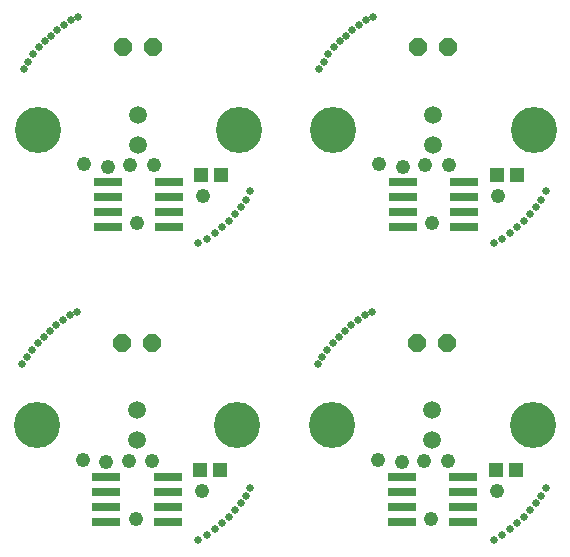
<source format=gbs>
G75*
%MOIN*%
%OFA0B0*%
%FSLAX25Y25*%
%IPPOS*%
%LPD*%
%AMOC8*
5,1,8,0,0,1.08239X$1,22.5*
%
%ADD10C,0.15367*%
%ADD11C,0.02572*%
%ADD12C,0.05950*%
%ADD13R,0.09461X0.03162*%
%ADD14OC8,0.06000*%
%ADD15R,0.05131X0.04737*%
%ADD16C,0.04762*%
D10*
X0016945Y0050409D03*
X0083874Y0050409D03*
X0115370Y0050409D03*
X0182299Y0050409D03*
X0182693Y0148835D03*
X0115764Y0148835D03*
X0084268Y0148835D03*
X0017339Y0148835D03*
D11*
X0012614Y0169307D03*
X0014189Y0171669D03*
X0015764Y0174031D03*
X0017732Y0176394D03*
X0019701Y0178362D03*
X0021669Y0180331D03*
X0023638Y0182299D03*
X0026000Y0183874D03*
X0028362Y0185449D03*
X0030724Y0186630D03*
X0088205Y0128362D03*
X0086630Y0125606D03*
X0085055Y0123244D03*
X0083087Y0120882D03*
X0081118Y0118520D03*
X0078756Y0116551D03*
X0076394Y0114583D03*
X0073638Y0112614D03*
X0070882Y0111039D03*
X0030331Y0088205D03*
X0027969Y0087024D03*
X0025606Y0085449D03*
X0023244Y0083874D03*
X0021276Y0081906D03*
X0019307Y0079937D03*
X0017339Y0077969D03*
X0015370Y0075606D03*
X0013795Y0073244D03*
X0012220Y0070882D03*
X0070882Y0012220D03*
X0073638Y0013795D03*
X0076394Y0015764D03*
X0078756Y0017732D03*
X0081118Y0019701D03*
X0083087Y0022063D03*
X0085055Y0024425D03*
X0086630Y0026787D03*
X0088205Y0029543D03*
X0110646Y0070882D03*
X0112220Y0073244D03*
X0113795Y0075606D03*
X0115764Y0077969D03*
X0117732Y0079937D03*
X0119701Y0081906D03*
X0121669Y0083874D03*
X0124031Y0085449D03*
X0126394Y0087024D03*
X0128756Y0088205D03*
X0169307Y0111039D03*
X0172063Y0112614D03*
X0174819Y0114583D03*
X0177181Y0116551D03*
X0179543Y0118520D03*
X0181512Y0120882D03*
X0183480Y0123244D03*
X0185055Y0125606D03*
X0186630Y0128362D03*
X0129150Y0186630D03*
X0126787Y0185449D03*
X0124425Y0183874D03*
X0122063Y0182299D03*
X0120094Y0180331D03*
X0118126Y0178362D03*
X0116157Y0176394D03*
X0114189Y0174031D03*
X0112614Y0171669D03*
X0111039Y0169307D03*
X0186630Y0029543D03*
X0185055Y0026787D03*
X0183480Y0024425D03*
X0181512Y0022063D03*
X0179543Y0019701D03*
X0177181Y0017732D03*
X0174819Y0015764D03*
X0172063Y0013795D03*
X0169307Y0012220D03*
D12*
X0148835Y0045409D03*
X0148835Y0055409D03*
X0149228Y0143835D03*
X0149228Y0153835D03*
X0050803Y0153835D03*
X0050803Y0143835D03*
X0050409Y0055409D03*
X0050409Y0045409D03*
D13*
X0040173Y0033106D03*
X0040173Y0028106D03*
X0040173Y0023106D03*
X0040173Y0018106D03*
X0060646Y0018106D03*
X0060646Y0023106D03*
X0060646Y0028106D03*
X0060646Y0033106D03*
X0138598Y0033106D03*
X0138598Y0028106D03*
X0138598Y0023106D03*
X0138598Y0018106D03*
X0159071Y0018106D03*
X0159071Y0023106D03*
X0159071Y0028106D03*
X0159071Y0033106D03*
X0159465Y0116531D03*
X0159465Y0121531D03*
X0159465Y0126531D03*
X0159465Y0131531D03*
X0138992Y0131531D03*
X0138992Y0126531D03*
X0138992Y0121531D03*
X0138992Y0116531D03*
X0061039Y0116531D03*
X0061039Y0121531D03*
X0061039Y0126531D03*
X0061039Y0131531D03*
X0040567Y0131531D03*
X0040567Y0126531D03*
X0040567Y0121531D03*
X0040567Y0116531D03*
D14*
X0045409Y0077969D03*
X0055409Y0077969D03*
X0143835Y0077969D03*
X0153835Y0077969D03*
X0154228Y0176394D03*
X0144228Y0176394D03*
X0055803Y0176394D03*
X0045803Y0176394D03*
D15*
X0071866Y0133874D03*
X0078559Y0133874D03*
X0170291Y0133874D03*
X0176984Y0133874D03*
X0176591Y0035449D03*
X0169898Y0035449D03*
X0078165Y0035449D03*
X0071472Y0035449D03*
D16*
X0032299Y0038992D03*
X0040173Y0038205D03*
X0047654Y0038598D03*
X0055528Y0038598D03*
X0072063Y0028362D03*
X0050016Y0019307D03*
X0130724Y0038992D03*
X0138598Y0038205D03*
X0146079Y0038598D03*
X0153953Y0038598D03*
X0170488Y0028362D03*
X0148441Y0019307D03*
X0148835Y0117732D03*
X0146472Y0137024D03*
X0138992Y0136630D03*
X0131118Y0137417D03*
X0154346Y0137024D03*
X0170882Y0126787D03*
X0072457Y0126787D03*
X0055921Y0137024D03*
X0048047Y0137024D03*
X0040567Y0136630D03*
X0032693Y0137417D03*
X0050409Y0117732D03*
M02*

</source>
